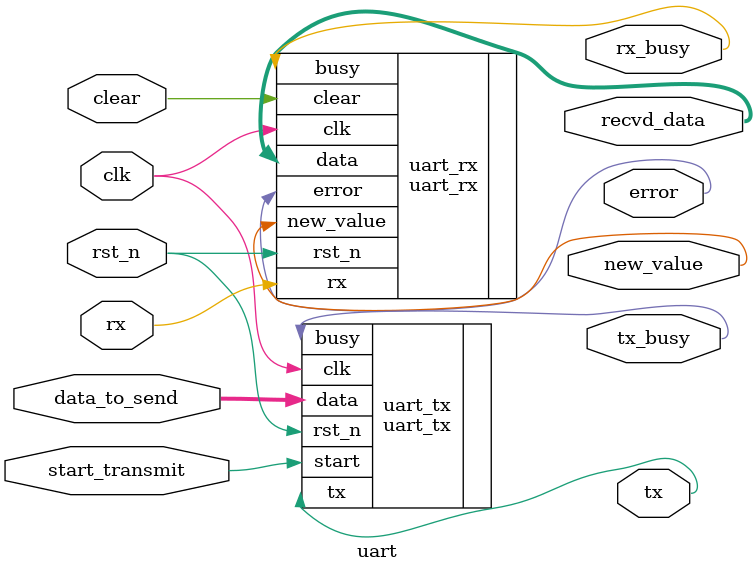
<source format=v>

module uart (
    input wire rst_n,
    input wire clk,
	
	// External interface
    input wire rx,
	output wire tx,
 
	// Control
    input wire clear,
	input wire start_transmit,
    output wire tx_busy,
	output wire rx_busy,
    output wire error,
    output wire new_value,

	// Data
	input wire [7:0] data_to_send,
    output wire [7:0] recvd_data
);

parameter  clock_frequency        = 12000000;
parameter  baud_rate              = 9600;

localparam clock_cycles_per_pulse = clock_frequency / baud_rate;

// UART receive module
uart_rx #(
	.clock_frequency(clock_frequency),
	.baud_rate(baud_rate) 
) uart_rx(
	.rst_n(rst_n),
	.clk(clk),
	.rx(rx),
	.clear(clear),
	.data(recvd_data),
	.busy(rx_busy),
    .error(error),
    .new_value(new_value)
);
	
// UART transmit module
uart_tx #(
	.clock_frequency(clock_frequency),
	.baud_rate(baud_rate) 
) uart_tx(
	.rst_n(rst_n),
	.clk(clk),
	.start(start_transmit),
	.data(data_to_send),
	.tx(tx),
	.busy(tx_busy)
);

endmodule

</source>
